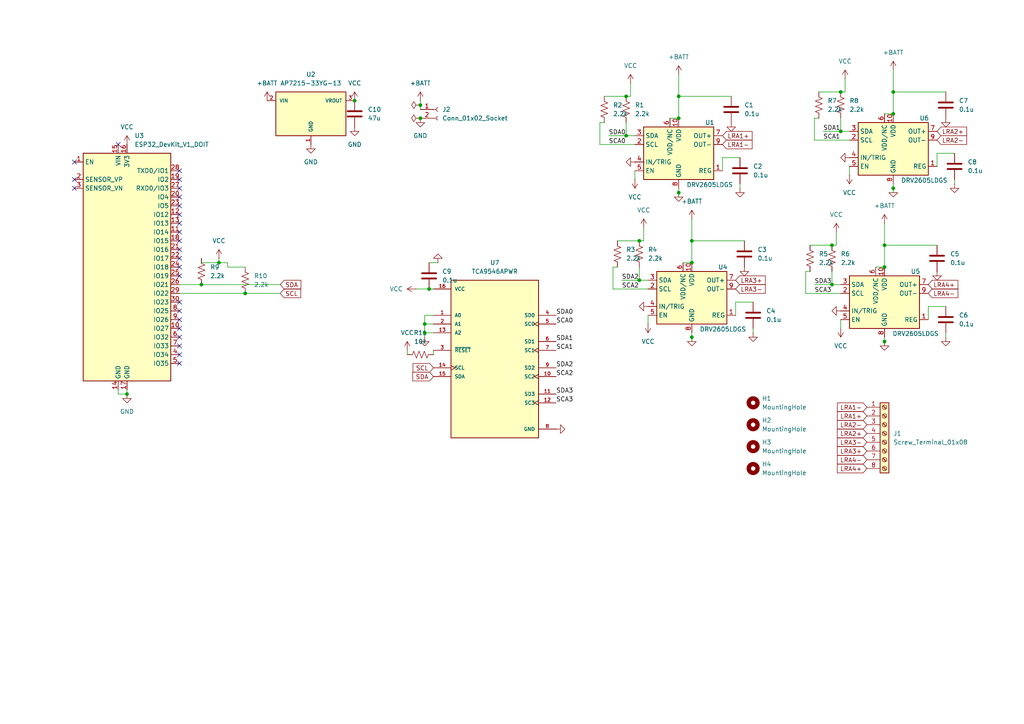
<source format=kicad_sch>
(kicad_sch (version 20231120) (generator "eeschema") (generator_version "8.0")
  (paper "A4")
  (lib_symbols
    (symbol "AP7215-33YG-13:AP7215-33YG-13" (pin_names (offset 1.016))
      (property "Reference" "U" (at -10.16 8.128 0))
      (property "Value" "AP7215-33YG-13" (at -10.16 5.588 0))
      (symbol "AP7215-33YG-13_0_0"
        (rectangle (start -10.16 -7.62) (end 10.16 5.08) (stroke (width 0.254)) (fill (type background)))
        (pin power_in line (at 0 -10.16 90) (length 2.54) (name "GND") (number "1"))
        (pin power_in line (at -12.7 2.54 0) (length 2.54) (name "VIN") (number "2"))
        (pin power_in line (at 12.7 2.54 180) (length 2.54) (name "VROUT") (number "3"))
      )
    )
    (symbol "Connector:Conn_01x02_Socket" (pin_names (offset 1.016) hide)
      (property "Reference" "J" (at 0 2.54 0))
      (property "Value" "Conn_01x02_Socket" (at 0 -5.08 0))
      (symbol "Conn_01x02_Socket_1_1"
        (arc (start 0 -2.032) (mid -0.5058 -2.54) (end 0 -3.048) (stroke (width 0.1524)))
        (polyline (pts (xy -1.27 -2.54) (xy -0.508 -2.54)) (stroke (width 0.1524)))
        (polyline (pts (xy -1.27 0) (xy -0.508 0)) (stroke (width 0.1524)))
        (arc (start 0 0.508) (mid -0.5058 0) (end 0 -0.508) (stroke (width 0.1524)))
        (pin passive line (at -5.08 0 0) (length 3.81) (name "Pin_1") (number "1"))
        (pin passive line (at -5.08 -2.54 0) (length 3.81) (name "Pin_2") (number "2"))
      )
    )
    (symbol "Connector:Screw_Terminal_01x08" (pin_names (offset 1.016) hide)
      (property "Reference" "J" (at 0 10.16 0))
      (property "Value" "Screw_Terminal_01x08" (at 0 -12.7 0))
      (symbol "Screw_Terminal_01x08_1_1"
        (rectangle (start -1.27 8.89) (end 1.27 -11.43) (stroke (width 0.254)) (fill (type background)))
        (circle (center 0 -10.16) (radius 0.635) (stroke (width 0.1524)))
        (circle (center 0 -7.62) (radius 0.635) (stroke (width 0.1524)))
        (circle (center 0 -5.08) (radius 0.635) (stroke (width 0.1524)))
        (circle (center 0 -2.54) (radius 0.635) (stroke (width 0.1524)))
        (polyline (pts (xy -0.5334 -9.8298) (xy 0.3302 -10.668)) (stroke (width 0.1524)))
        (polyline (pts (xy -0.5334 -7.2898) (xy 0.3302 -8.128)) (stroke (width 0.1524)))
        (polyline (pts (xy -0.5334 -4.7498) (xy 0.3302 -5.588)) (stroke (width 0.1524)))
        (polyline (pts (xy -0.5334 -2.2098) (xy 0.3302 -3.048)) (stroke (width 0.1524)))
        (polyline (pts (xy -0.5334 0.3302) (xy 0.3302 -0.508)) (stroke (width 0.1524)))
        (polyline (pts (xy -0.5334 2.8702) (xy 0.3302 2.032)) (stroke (width 0.1524)))
        (polyline (pts (xy -0.5334 5.4102) (xy 0.3302 4.572)) (stroke (width 0.1524)))
        (polyline (pts (xy -0.5334 7.9502) (xy 0.3302 7.112)) (stroke (width 0.1524)))
        (polyline (pts (xy -0.3556 -9.652) (xy 0.508 -10.4902)) (stroke (width 0.1524)))
        (polyline (pts (xy -0.3556 -7.112) (xy 0.508 -7.9502)) (stroke (width 0.1524)))
        (polyline (pts (xy -0.3556 -4.572) (xy 0.508 -5.4102)) (stroke (width 0.1524)))
        (polyline (pts (xy -0.3556 -2.032) (xy 0.508 -2.8702)) (stroke (width 0.1524)))
        (polyline (pts (xy -0.3556 0.508) (xy 0.508 -0.3302)) (stroke (width 0.1524)))
        (polyline (pts (xy -0.3556 3.048) (xy 0.508 2.2098)) (stroke (width 0.1524)))
        (polyline (pts (xy -0.3556 5.588) (xy 0.508 4.7498)) (stroke (width 0.1524)))
        (polyline (pts (xy -0.3556 8.128) (xy 0.508 7.2898)) (stroke (width 0.1524)))
        (circle (center 0 0) (radius 0.635) (stroke (width 0.1524)))
        (circle (center 0 2.54) (radius 0.635) (stroke (width 0.1524)))
        (circle (center 0 5.08) (radius 0.635) (stroke (width 0.1524)))
        (circle (center 0 7.62) (radius 0.635) (stroke (width 0.1524)))
        (pin passive line (at -5.08 7.62 0) (length 3.81) (name "Pin_1") (number "1"))
        (pin passive line (at -5.08 5.08 0) (length 3.81) (name "Pin_2") (number "2"))
        (pin passive line (at -5.08 2.54 0) (length 3.81) (name "Pin_3") (number "3"))
        (pin passive line (at -5.08 0 0) (length 3.81) (name "Pin_4") (number "4"))
        (pin passive line (at -5.08 -2.54 0) (length 3.81) (name "Pin_5") (number "5"))
        (pin passive line (at -5.08 -5.08 0) (length 3.81) (name "Pin_6") (number "6"))
        (pin passive line (at -5.08 -7.62 0) (length 3.81) (name "Pin_7") (number "7"))
        (pin passive line (at -5.08 -10.16 0) (length 3.81) (name "Pin_8") (number "8"))
      )
    )
    (symbol "Device:C" (pin_numbers hide) (pin_names (offset 0.254))
      (property "Reference" "C" (at 0.635 2.54 0))
      (property "Value" "C" (at 0.635 -2.54 0))
      (symbol "C_0_1"
        (polyline (pts (xy -2.032 -0.762) (xy 2.032 -0.762)) (stroke (width 0.508)))
        (polyline (pts (xy -2.032 0.762) (xy 2.032 0.762)) (stroke (width 0.508)))
      )
      (symbol "C_1_1"
        (pin passive line (at 0 3.81 270) (length 2.794) (name "~") (number "1"))
        (pin passive line (at 0 -3.81 90) (length 2.794) (name "~") (number "2"))
      )
    )
    (symbol "Device:R_US" (pin_numbers hide) (pin_names (offset 0))
      (property "Reference" "R" (at 2.54 0 90))
      (property "Value" "R_US" (at -2.54 0 90))
      (symbol "R_US_0_1"
        (polyline (pts (xy 0 -2.286) (xy 0 -2.54)))
        (polyline (pts (xy 0 2.286) (xy 0 2.54)))
        (polyline (pts (xy 0 -0.762) (xy 1.016 -1.143) (xy 0 -1.524) (xy -1.016 -1.905) (xy 0 -2.286)))
        (polyline (pts (xy 0 0.762) (xy 1.016 0.381) (xy 0 0) (xy -1.016 -0.381) (xy 0 -0.762)))
        (polyline (pts (xy 0 2.286) (xy 1.016 1.905) (xy 0 1.524) (xy -1.016 1.143) (xy 0 0.762)))
      )
      (symbol "R_US_1_1"
        (pin passive line (at 0 3.81 270) (length 1.27) (name "~") (number "1"))
        (pin passive line (at 0 -3.81 90) (length 1.27) (name "~") (number "2"))
      )
    )
    (symbol "Driver_Haptic:DRV2605LDGS"
      (property "Reference" "U" (at -10.16 8.255 0))
      (property "Value" "DRV2605LDGS" (at 2.54 -8.89 0))
      (symbol "DRV2605LDGS_0_1"
        (rectangle (start -10.16 7.62) (end 10.16 -7.62) (stroke (width 0.254)) (fill (type background)))
      )
      (symbol "DRV2605LDGS_1_1"
        (pin passive line (at 12.7 -5.08 180) (length 2.54) (name "REG") (number "1"))
        (pin power_in line (at 0 10.16 270) (length 2.54) (name "VDD") (number "10"))
        (pin input line (at -12.7 2.54 0) (length 2.54) (name "SCL") (number "2"))
        (pin bidirectional line (at -12.7 5.08 0) (length 2.54) (name "SDA") (number "3"))
        (pin input line (at -12.7 -2.54 0) (length 2.54) (name "IN/TRIG") (number "4"))
        (pin input line (at -12.7 -5.08 0) (length 2.54) (name "EN") (number "5"))
        (pin power_in line (at -2.54 10.16 270) (length 2.54) (name "VDD/NC") (number "6"))
        (pin output line (at 12.7 5.08 180) (length 2.54) (name "OUT+") (number "7"))
        (pin power_in line (at 0 -10.16 90) (length 2.54) (name "GND") (number "8"))
        (pin output line (at 12.7 2.54 180) (length 2.54) (name "OUT-") (number "9"))
      )
    )
    (symbol "ESP32_DevKit_V1_DOIT:ESP32_DevKit_V1_DOIT"
      (property "Reference" "U" (at -11.43 34.29 0))
      (property "Value" "ESP32_DevKit_V1_DOIT" (at 11.43 34.29 0))
      (symbol "ESP32_DevKit_V1_DOIT_1_1"
        (rectangle (start -12.7 33.02) (end 12.7 -33.02) (stroke (width 0.254)) (fill (type background)))
        (pin input line (at -15.24 30.48 0) (length 2.54) (name "EN") (number "1"))
        (pin bidirectional line (at 15.24 -17.78 180) (length 2.54) (name "IO27") (number "10"))
        (pin bidirectional line (at 15.24 10.16 180) (length 2.54) (name "IO14") (number "11"))
        (pin bidirectional line (at 15.24 15.24 180) (length 2.54) (name "IO12") (number "12"))
        (pin bidirectional line (at 15.24 12.7 180) (length 2.54) (name "IO13") (number "13"))
        (pin power_in line (at -2.54 -35.56 90) (length 2.54) (name "GND") (number "14"))
        (pin power_in line (at -2.54 35.56 270) (length 2.54) (name "VIN") (number "15"))
        (pin power_in line (at 0 35.56 270) (length 2.54) (name "3V3") (number "16"))
        (pin power_in line (at 0 -35.56 90) (length 2.54) (name "GND") (number "17"))
        (pin bidirectional line (at 15.24 7.62 180) (length 2.54) (name "IO15") (number "18"))
        (pin bidirectional line (at 15.24 25.4 180) (length 2.54) (name "IO2") (number "19"))
        (pin input line (at -15.24 25.4 0) (length 2.54) (name "SENSOR_VP") (number "2"))
        (pin bidirectional line (at 15.24 20.32 180) (length 2.54) (name "IO4") (number "20"))
        (pin bidirectional line (at 15.24 5.08 180) (length 2.54) (name "IO16") (number "21"))
        (pin bidirectional line (at 15.24 2.54 180) (length 2.54) (name "IO17") (number "22"))
        (pin bidirectional line (at 15.24 17.78 180) (length 2.54) (name "IO5") (number "23"))
        (pin bidirectional line (at 15.24 0 180) (length 2.54) (name "IO18") (number "24"))
        (pin bidirectional line (at 15.24 -2.54 180) (length 2.54) (name "IO19") (number "25"))
        (pin bidirectional line (at 15.24 -5.08 180) (length 2.54) (name "IO21") (number "26"))
        (pin bidirectional line (at 15.24 22.86 180) (length 2.54) (name "RXD0/IO3") (number "27"))
        (pin bidirectional line (at 15.24 27.94 180) (length 2.54) (name "TXD0/IO1") (number "28"))
        (pin bidirectional line (at 15.24 -7.62 180) (length 2.54) (name "IO22") (number "29"))
        (pin input line (at -15.24 22.86 0) (length 2.54) (name "SENSOR_VN") (number "3"))
        (pin bidirectional line (at 15.24 -10.16 180) (length 2.54) (name "IO23") (number "30"))
        (pin input line (at 15.24 -25.4 180) (length 2.54) (name "IO34") (number "4"))
        (pin input line (at 15.24 -27.94 180) (length 2.54) (name "IO35") (number "5"))
        (pin bidirectional line (at 15.24 -20.32 180) (length 2.54) (name "IO32") (number "6"))
        (pin bidirectional line (at 15.24 -22.86 180) (length 2.54) (name "IO33") (number "7"))
        (pin bidirectional line (at 15.24 -12.7 180) (length 2.54) (name "IO25") (number "8"))
        (pin bidirectional line (at 15.24 -15.24 180) (length 2.54) (name "IO26") (number "9"))
      )
    )
    (symbol "Mechanical:MountingHole" (pin_names (offset 1.016))
      (property "Reference" "H" (at 0 5.08 0))
      (property "Value" "MountingHole" (at 0 3.175 0))
      (symbol "MountingHole_0_1"
        (circle (center 0 0) (radius 1.27) (stroke (width 1.27)))
      )
    )
    (symbol "TCA9546APWR:TCA9546APWR" (pin_names (offset 1.016))
      (property "Reference" "U" (at -12.7 24.13 0))
      (property "Value" "TCA9546APWR" (at -12.7 -25.4 0))
      (symbol "TCA9546APWR_0_0"
        (rectangle (start -12.7 -22.86) (end 12.7 22.86) (stroke (width 0.254)) (fill (type background)))
        (pin input line (at -17.78 12.7 0) (length 5.08) (name "A0") (number "1"))
        (pin bidirectional clock (at 17.78 -5.08 180) (length 5.08) (name "SC2") (number "10"))
        (pin bidirectional line (at 17.78 -10.16 180) (length 5.08) (name "SD3") (number "11"))
        (pin bidirectional clock (at 17.78 -12.7 180) (length 5.08) (name "SC3") (number "12"))
        (pin input line (at -17.78 7.62 0) (length 5.08) (name "A2") (number "13"))
        (pin bidirectional clock (at -17.78 -2.54 0) (length 5.08) (name "SCL") (number "14"))
        (pin bidirectional line (at -17.78 -5.08 0) (length 5.08) (name "SDA") (number "15"))
        (pin power_in line (at -17.78 20.32 0) (length 5.08) (name "VCC") (number "16"))
        (pin input line (at -17.78 10.16 0) (length 5.08) (name "A1") (number "2"))
        (pin input line (at -17.78 2.54 0) (length 5.08) (name "~{RESET}") (number "3"))
        (pin bidirectional line (at 17.78 12.7 180) (length 5.08) (name "SD0") (number "4"))
        (pin bidirectional clock (at 17.78 10.16 180) (length 5.08) (name "SC0") (number "5"))
        (pin bidirectional line (at 17.78 5.08 180) (length 5.08) (name "SD1") (number "6"))
        (pin bidirectional clock (at 17.78 2.54 180) (length 5.08) (name "SC1") (number "7"))
        (pin power_in line (at 17.78 -20.32 180) (length 5.08) (name "GND") (number "8"))
        (pin bidirectional line (at 17.78 -2.54 180) (length 5.08) (name "SD2") (number "9"))
      )
    )
    (symbol "power:+BATT" (power) (pin_numbers hide) (pin_names (offset 0) hide)
      (property "Value" "+BATT" (at 0 3.556 0))
      (symbol "+BATT_0_1"
        (polyline (pts (xy -0.762 1.27) (xy 0 2.54)))
        (polyline (pts (xy 0 0) (xy 0 2.54)))
        (polyline (pts (xy 0 2.54) (xy 0.762 1.27)))
      )
      (symbol "+BATT_1_1"
        (pin power_in line (at 0 0 90) (length 0) (name "~") (number "1"))
      )
    )
    (symbol "power:GND" (power) (pin_numbers hide) (pin_names (offset 0) hide)
      (property "Value" "GND" (at 0 -3.81 0))
      (symbol "GND_0_1"
        (polyline (pts (xy 0 0) (xy 0 -1.27) (xy 1.27 -1.27) (xy 0 -2.54) (xy -1.27 -1.27) (xy 0 -1.27)))
      )
      (symbol "GND_1_1"
        (pin power_in line (at 0 0 270) (length 0) (name "~") (number "1"))
      )
    )
    (symbol "power:PWR_FLAG" (power) (pin_numbers hide) (pin_names (offset 0) hide)
      (property "Value" "PWR_FLAG" (at 0 3.81 0))
      (symbol "PWR_FLAG_0_0"
        (pin power_out line (at 0 0 90) (length 0) (name "~") (number "1"))
      )
      (symbol "PWR_FLAG_0_1"
        (polyline (pts (xy 0 0) (xy 0 1.27) (xy -1.016 1.905) (xy 0 2.54) (xy 1.016 1.905) (xy 0 1.27)))
      )
    )
    (symbol "power:VCC" (power) (pin_numbers hide) (pin_names (offset 0) hide)
      (property "Value" "VCC" (at 0 3.556 0))
      (symbol "VCC_0_1"
        (polyline (pts (xy -0.762 1.27) (xy 0 2.54)))
        (polyline (pts (xy 0 0) (xy 0 2.54)))
        (polyline (pts (xy 0 2.54) (xy 0.762 1.27)))
      )
      (symbol "VCC_1_1"
        (pin power_in line (at 0 0 90) (length 0) (name "~") (number "1"))
      )
    )
  )
  (junction (at 123.19 96.52))
  (junction (at 181.61 27.94))
  (junction (at 71.12 85.09))
  (junction (at 102.87 29.21))
  (junction (at 63.5 76.2))
  (junction (at 200.66 69.85))
  (junction (at 121.92 30.48))
  (junction (at 259.08 54.61))
  (junction (at 256.54 99.06))
  (junction (at 241.3 71.12))
  (junction (at 121.92 34.29))
  (junction (at 58.42 82.55))
  (junction (at 200.66 97.79))
  (junction (at 185.42 81.28))
  (junction (at 200.66 76.2))
  (junction (at 124.46 83.82))
  (junction (at 243.84 26.67))
  (junction (at 185.42 69.85))
  (junction (at 181.61 39.37))
  (junction (at 36.83 114.3))
  (junction (at 259.08 26.67))
  (junction (at 256.54 71.12))
  (junction (at 196.85 34.29))
  (junction (at 256.54 77.47))
  (junction (at 123.19 93.98))
  (junction (at 241.3 82.55))
  (junction (at 196.85 55.88))
  (junction (at 196.85 27.94))
  (junction (at 259.08 33.02))
  (junction (at 243.84 38.1))
  (no_connect (at 52.07 72.39))
  (no_connect (at 52.07 69.85))
  (no_connect (at 21.59 46.99))
  (no_connect (at 52.07 59.69))
  (no_connect (at 52.07 102.87))
  (no_connect (at 52.07 57.15))
  (no_connect (at 52.07 90.17))
  (no_connect (at 52.07 97.79))
  (no_connect (at 52.07 62.23))
  (no_connect (at 52.07 92.71))
  (no_connect (at 52.07 67.31))
  (no_connect (at 34.29 41.91))
  (no_connect (at 52.07 87.63))
  (no_connect (at 52.07 52.07))
  (no_connect (at 21.59 54.61))
  (no_connect (at 52.07 77.47))
  (no_connect (at 52.07 54.61))
  (no_connect (at 52.07 80.01))
  (no_connect (at 52.07 49.53))
  (no_connect (at 52.07 95.25))
  (no_connect (at 52.07 100.33))
  (no_connect (at 52.07 74.93))
  (no_connect (at 21.59 52.07))
  (no_connect (at 52.07 105.41))
  (no_connect (at 52.07 64.77))
  (wire (pts (xy 200.66 97.79) (xy 200.66 99.06)))
  (wire (pts (xy 256.54 71.12) (xy 271.78 71.12)))
  (wire (pts (xy 58.42 76.2) (xy 58.42 74.93)))
  (wire (pts (xy 52.07 82.55) (xy 58.42 82.55)))
  (wire (pts (xy 256.54 97.79) (xy 256.54 99.06)))
  (wire (pts (xy 241.3 82.55) (xy 243.84 82.55)))
  (wire (pts (xy 173.99 41.91) (xy 184.15 41.91)))
  (wire (pts (xy 121.92 30.48) (xy 121.92 31.75)))
  (wire (pts (xy 256.54 64.77) (xy 256.54 71.12)))
  (wire (pts (xy 58.42 82.55) (xy 81.28 82.55)))
  (wire (pts (xy 198.12 76.2) (xy 200.66 76.2)))
  (wire (pts (xy 200.66 69.85) (xy 215.9 69.85)))
  (wire (pts (xy 71.12 85.09) (xy 81.28 85.09)))
  (wire (pts (xy 123.19 96.52) (xy 123.19 97.79)))
  (wire (pts (xy 181.61 39.37) (xy 184.15 39.37)))
  (wire (pts (xy 256.54 99.06) (xy 256.54 100.33)))
  (wire (pts (xy 243.84 34.29) (xy 243.84 38.1)))
  (wire (pts (xy 194.31 34.29) (xy 196.85 34.29)))
  (wire (pts (xy 185.42 77.47) (xy 185.42 81.28)))
  (wire (pts (xy 234.95 71.12) (xy 241.3 71.12)))
  (wire (pts (xy 237.49 26.67) (xy 243.84 26.67)))
  (wire (pts (xy 213.36 91.44) (xy 213.36 87.63)))
  (wire (pts (xy 259.08 26.67) (xy 259.08 33.02)))
  (wire (pts (xy 274.32 96.52) (xy 274.32 97.79)))
  (wire (pts (xy 124.46 83.82) (xy 125.73 83.82)))
  (wire (pts (xy 58.42 76.2) (xy 63.5 76.2)))
  (wire (pts (xy 214.63 53.34) (xy 214.63 54.61)))
  (wire (pts (xy 173.99 41.91) (xy 173.99 35.56)))
  (wire (pts (xy 124.46 76.2) (xy 127 76.2)))
  (wire (pts (xy 259.08 26.67) (xy 274.32 26.67)))
  (wire (pts (xy 66.04 77.47) (xy 71.12 77.47)))
  (wire (pts (xy 121.92 29.21) (xy 121.92 30.48)))
  (wire (pts (xy 241.3 71.12) (xy 242.57 71.12)))
  (wire (pts (xy 243.84 92.71) (xy 243.84 95.25)))
  (wire (pts (xy 254 77.47) (xy 256.54 77.47)))
  (wire (pts (xy 259.08 53.34) (xy 259.08 54.61)))
  (wire (pts (xy 184.15 49.53) (xy 184.15 52.07)))
  (wire (pts (xy 196.85 27.94) (xy 196.85 34.29)))
  (wire (pts (xy 276.86 52.07) (xy 276.86 53.34)))
  (wire (pts (xy 120.65 83.82) (xy 124.46 83.82)))
  (wire (pts (xy 176.53 39.37) (xy 181.61 39.37)))
  (wire (pts (xy 200.66 69.85) (xy 200.66 76.2)))
  (wire (pts (xy 233.68 85.09) (xy 233.68 78.74)))
  (wire (pts (xy 34.29 114.3) (xy 36.83 114.3)))
  (wire (pts (xy 209.55 49.53) (xy 209.55 45.72)))
  (wire (pts (xy 271.78 44.45) (xy 276.86 44.45)))
  (wire (pts (xy 186.69 66.04) (xy 186.69 69.85)))
  (wire (pts (xy 259.08 20.32) (xy 259.08 26.67)))
  (wire (pts (xy 245.11 22.86) (xy 245.11 26.67)))
  (wire (pts (xy 243.84 38.1) (xy 246.38 38.1)))
  (wire (pts (xy 187.96 91.44) (xy 187.96 93.98)))
  (wire (pts (xy 181.61 35.56) (xy 181.61 39.37)))
  (wire (pts (xy 236.22 40.64) (xy 236.22 34.29)))
  (wire (pts (xy 185.42 81.28) (xy 187.96 81.28)))
  (wire (pts (xy 209.55 45.72) (xy 214.63 45.72)))
  (wire (pts (xy 196.85 21.59) (xy 196.85 27.94)))
  (wire (pts (xy 175.26 27.94) (xy 181.61 27.94)))
  (wire (pts (xy 66.04 76.2) (xy 66.04 77.47)))
  (wire (pts (xy 233.68 78.74) (xy 234.95 78.74)))
  (wire (pts (xy 180.34 81.28) (xy 185.42 81.28)))
  (wire (pts (xy 173.99 35.56) (xy 175.26 35.56)))
  (wire (pts (xy 236.22 40.64) (xy 246.38 40.64)))
  (wire (pts (xy 123.19 93.98) (xy 123.19 96.52)))
  (wire (pts (xy 123.19 93.98) (xy 125.73 93.98)))
  (wire (pts (xy 125.73 91.44) (xy 123.19 91.44)))
  (wire (pts (xy 269.24 92.71) (xy 269.24 88.9)))
  (wire (pts (xy 177.8 77.47) (xy 179.07 77.47)))
  (wire (pts (xy 123.19 96.52) (xy 125.73 96.52)))
  (wire (pts (xy 123.19 91.44) (xy 123.19 93.98)))
  (wire (pts (xy 185.42 69.85) (xy 186.69 69.85)))
  (wire (pts (xy 241.3 78.74) (xy 241.3 82.55)))
  (wire (pts (xy 242.57 67.31) (xy 242.57 71.12)))
  (wire (pts (xy 256.54 33.02) (xy 259.08 33.02)))
  (wire (pts (xy 52.07 85.09) (xy 71.12 85.09)))
  (wire (pts (xy 34.29 113.03) (xy 34.29 114.3)))
  (wire (pts (xy 196.85 55.88) (xy 196.85 57.15)))
  (wire (pts (xy 177.8 83.82) (xy 187.96 83.82)))
  (wire (pts (xy 196.85 27.94) (xy 212.09 27.94)))
  (wire (pts (xy 63.5 76.2) (xy 63.5 74.93)))
  (wire (pts (xy 236.22 34.29) (xy 237.49 34.29)))
  (wire (pts (xy 269.24 88.9) (xy 274.32 88.9)))
  (wire (pts (xy 218.44 95.25) (xy 218.44 96.52)))
  (wire (pts (xy 246.38 48.26) (xy 246.38 50.8)))
  (wire (pts (xy 259.08 54.61) (xy 259.08 55.88)))
  (wire (pts (xy 236.22 82.55) (xy 241.3 82.55)))
  (wire (pts (xy 63.5 76.2) (xy 66.04 76.2)))
  (wire (pts (xy 36.83 113.03) (xy 36.83 114.3)))
  (wire (pts (xy 200.66 96.52) (xy 200.66 97.79)))
  (wire (pts (xy 233.68 85.09) (xy 243.84 85.09)))
  (wire (pts (xy 125.73 102.87) (xy 125.73 101.6)))
  (wire (pts (xy 196.85 54.61) (xy 196.85 55.88)))
  (wire (pts (xy 238.76 38.1) (xy 243.84 38.1)))
  (wire (pts (xy 200.66 63.5) (xy 200.66 69.85)))
  (wire (pts (xy 118.11 102.87) (xy 118.11 101.6)))
  (wire (pts (xy 181.61 27.94) (xy 182.88 27.94)))
  (wire (pts (xy 182.88 24.13) (xy 182.88 27.94)))
  (wire (pts (xy 256.54 71.12) (xy 256.54 77.47)))
  (wire (pts (xy 177.8 83.82) (xy 177.8 77.47)))
  (wire (pts (xy 213.36 87.63) (xy 218.44 87.63)))
  (wire (pts (xy 271.78 48.26) (xy 271.78 44.45)))
  (wire (pts (xy 179.07 69.85) (xy 185.42 69.85)))
  (wire (pts (xy 243.84 26.67) (xy 245.11 26.67)))
  (label "SDA0" (at 161.29 91.44 0))
  (label "SDA3" (at 161.29 114.3 0))
  (label "SDA2" (at 161.29 106.68 0))
  (label "SCA1" (at 238.76 40.64 0))
  (label "SDA3" (at 236.22 82.55 0))
  (label "SCA0" (at 176.53 41.91 0))
  (label "SCA3" (at 161.29 116.84 0))
  (label "SCA1" (at 161.29 101.6 0))
  (label "SCA0" (at 161.29 93.98 0))
  (label "SDA0" (at 176.53 39.37 0))
  (label "SCA2" (at 161.29 109.22 0))
  (label "SDA2" (at 180.34 81.28 0))
  (label "SDA1" (at 161.29 99.06 0))
  (label "SDA1" (at 238.76 38.1 0))
  (label "SCA3" (at 236.22 85.09 0))
  (label "SCA2" (at 180.34 83.82 0))
  (global_label "SDA" (shape input) (at 81.28 82.55 0) (property "Intersheetrefs" "${INTERSHEET_REFS}" (effects (hide yes))))
  (global_label "SDA" (shape input) (at 125.73 109.22 180) (property "Intersheetrefs" "${INTERSHEET_REFS}" (effects (hide yes))))
  (global_label "LRA4-" (shape input) (at 269.24 85.09 0) (property "Intersheetrefs" "${INTERSHEET_REFS}" (effects (hide yes))))
  (global_label "LRA2+" (shape input) (at 251.46 125.73 180) (property "Intersheetrefs" "${INTERSHEET_REFS}" (effects (hide yes))))
  (global_label "LRA3-" (shape input) (at 213.36 83.82 0) (property "Intersheetrefs" "${INTERSHEET_REFS}" (effects (hide yes))))
  (global_label "LRA4+" (shape input) (at 269.24 82.55 0) (property "Intersheetrefs" "${INTERSHEET_REFS}" (effects (hide yes))))
  (global_label "LRA2-" (shape input) (at 251.46 123.19 180) (property "Intersheetrefs" "${INTERSHEET_REFS}" (effects (hide yes))))
  (global_label "LRA4+" (shape input) (at 251.46 135.89 180) (property "Intersheetrefs" "${INTERSHEET_REFS}" (effects (hide yes))))
  (global_label "SCL" (shape input) (at 81.28 85.09 0) (property "Intersheetrefs" "${INTERSHEET_REFS}" (effects (hide yes))))
  (global_label "LRA2+" (shape input) (at 271.78 38.1 0) (property "Intersheetrefs" "${INTERSHEET_REFS}" (effects (hide yes))))
  (global_label "LRA3+" (shape input) (at 213.36 81.28 0) (property "Intersheetrefs" "${INTERSHEET_REFS}" (effects (hide yes))))
  (global_label "LRA1-" (shape input) (at 251.46 118.11 180) (property "Intersheetrefs" "${INTERSHEET_REFS}" (effects (hide yes))))
  (global_label "LRA1+" (shape input) (at 251.46 120.65 180) (property "Intersheetrefs" "${INTERSHEET_REFS}" (effects (hide yes))))
  (global_label "LRA3-" (shape input) (at 251.46 128.27 180) (property "Intersheetrefs" "${INTERSHEET_REFS}" (effects (hide yes))))
  (global_label "LRA1+" (shape input) (at 209.55 39.37 0) (property "Intersheetrefs" "${INTERSHEET_REFS}" (effects (hide yes))))
  (global_label "LRA1-" (shape input) (at 209.55 41.91 0) (property "Intersheetrefs" "${INTERSHEET_REFS}" (effects (hide yes))))
  (global_label "LRA2-" (shape input) (at 271.78 40.64 0) (property "Intersheetrefs" "${INTERSHEET_REFS}" (effects (hide yes))))
  (global_label "SCL" (shape input) (at 125.73 106.68 180) (property "Intersheetrefs" "${INTERSHEET_REFS}" (effects (hide yes))))
  (global_label "LRA4-" (shape input) (at 251.46 133.35 180) (property "Intersheetrefs" "${INTERSHEET_REFS}" (effects (hide yes))))
  (global_label "LRA3+" (shape input) (at 251.46 130.81 180) (property "Intersheetrefs" "${INTERSHEET_REFS}" (effects (hide yes))))
  (symbol (lib_id "power:GND") (at 256.54 99.06 0) (unit 1)
    (property "Reference" "#PWR012" (effects (hide yes)))
    (property "Value" "GND" (effects (hide yes)))
    (property "Description" "Power symbol creates a global label with name \"GND\" , ground" (effects (hide yes)))
  )
  (symbol (lib_id "power:VCC") (at 187.96 93.98 180) (unit 1)
    (property "Reference" "#PWR046" (effects (hide yes)))
    (property "Value" "VCC" (at 187.96 99.06 0))
    (property "Description" "Power symbol creates a global label with name \"VCC\"" (effects (hide yes)))
  )
  (symbol (lib_id "Device:R_US") (at 237.49 30.48 0) (unit 1)
    (property "Reference" "R7" (at 240.03 29.2099 0) (effects (justify left)))
    (property "Value" "2.2k" (at 240.03 31.7499 0) (effects (justify left)))
    (property "Footprint" "Resistor_SMD:R_0402_1005Metric" (effects (hide yes)))
    (property "Description" "Resistor, US symbol" (effects (hide yes)))
  )
  (symbol (lib_id "power:GND") (at 36.83 114.3 0) (unit 1)
    (property "Reference" "#PWR027" (effects (hide yes)))
    (property "Value" "GND" (at 36.83 119.38 0))
    (property "Description" "Power symbol creates a global label with name \"GND\" , ground" (effects (hide yes)))
  )
  (symbol (lib_id "Device:C") (at 218.44 91.44 0) (unit 1)
    (property "Reference" "C4" (at 222.25 90.1699 0) (effects (justify left)))
    (property "Value" "0.1u" (at 222.25 92.7099 0) (effects (justify left)))
    (property "Footprint" "Capacitor_SMD:C_0402_1005Metric" (effects (hide yes)))
    (property "Description" "Unpolarized capacitor" (effects (hide yes)))
  )
  (symbol (lib_id "AP7215-33YG-13:AP7215-33YG-13") (at 90.17 31.75 0) (unit 1)
    (property "Reference" "U2" (at 90.17 21.59 0))
    (property "Value" "AP7215-33YG-13" (at 90.17 24.13 0))
    (property "Footprint" "AP7215-33YG-13:SOT150P400X160-3N" (effects (hide yes)))
    (property "MF" "Diodes Inc." (effects (hide yes)))
    (property "Description_1" "\nVoltage Regulators, LDO, SOT89-3L 3.3V/0.6A 250MV 3.3-5.5V 1.2V | Diodes Inc AP7215-33YG-13\n" (effects (hide yes)))
    (property "DESCR" "IC REG LDO 3.3V 0.6A SOT89-3" (effects (hide yes)))
    (property "Package" "SOT-89-3 Diodes Inc." (effects (hide yes)))
    (property "MPN" "AP7215-33YG-13" (effects (hide yes)))
    (property "Price" "None" (effects (hide yes)))
    (property "SnapEDA_Link" "https://www.snapeda.com/parts/AP7215-33YG-13/Diodes+Inc./view-part/?ref=snap" (effects (hide yes)))
    (property "MP" "AP7215-33YG-13" (effects (hide yes)))
    (property "Availability" "In Stock" (effects (hide yes)))
    (property "Check_prices" "https://www.snapeda.com/parts/AP7215-33YG-13/Diodes+Inc./view-part/?ref=eda" (effects (hide yes)))
  )
  (symbol (lib_id "power:VCC") (at 243.84 95.25 180) (unit 1)
    (property "Reference" "#PWR050" (effects (hide yes)))
    (property "Value" "VCC" (at 243.84 100.33 0))
    (property "Description" "Power symbol creates a global label with name \"VCC\"" (effects (hide yes)))
  )
  (symbol (lib_id "Device:C") (at 102.87 33.02 0) (unit 1)
    (property "Reference" "C10" (at 106.68 31.7499 0) (effects (justify left)))
    (property "Value" "47u" (at 106.68 34.2899 0) (effects (justify left)))
    (property "Footprint" "Capacitor_SMD:C_0805_2012Metric" (effects (hide yes)))
    (property "Description" "Unpolarized capacitor" (effects (hide yes)))
  )
  (symbol (lib_id "power:GND") (at 214.63 54.61 0) (unit 1)
    (property "Reference" "#PWR04" (effects (hide yes)))
    (property "Value" "GND" (effects (hide yes)))
    (property "Description" "Power symbol creates a global label with name \"GND\" , ground" (effects (hide yes)))
  )
  (symbol (lib_id "Driver_Haptic:DRV2605LDGS") (at 259.08 43.18 0) (unit 1)
    (property "Reference" "U6" (at 266.7 34.29 0) (effects (justify left)))
    (property "Value" "DRV2605LDGS" (at 261.366 52.324 0) (effects (justify left)))
    (property "Footprint" "Package_SO:VSSOP-10_3x3mm_P0.5mm" (effects (hide yes)))
    (property "Datasheet" "http://www.ti.com/lit/ds/symlink/drv2605l.pdf" (effects (hide yes)))
    (property "Description" "Haptic driver for LRAs and ERMs with effect library, 2-5.2V, VSSOP-10" (effects (hide yes)))
  )
  (symbol (lib_id "Device:R_US") (at 243.84 30.48 0) (unit 1)
    (property "Reference" "R8" (at 246.38 29.2099 0) (effects (justify left)))
    (property "Value" "2.2k" (at 246.38 31.7499 0) (effects (justify left)))
    (property "Footprint" "Resistor_SMD:R_0402_1005Metric" (effects (hide yes)))
    (property "Description" "Resistor, US symbol" (effects (hide yes)))
  )
  (symbol (lib_id "Device:R_US") (at 121.92 102.87 90) (unit 1)
    (property "Reference" "R11" (at 121.92 96.52 90))
    (property "Value" "10k" (at 121.92 99.06 90))
    (property "Footprint" "Resistor_SMD:R_0402_1005Metric" (effects (hide yes)))
    (property "Description" "Resistor, US symbol" (effects (hide yes)))
  )
  (symbol (lib_id "power:VCC") (at 120.65 83.82 90) (unit 1)
    (property "Reference" "#PWR041" (effects (hide yes)))
    (property "Value" "VCC" (at 116.84 83.8199 90) (effects (justify left)))
    (property "Description" "Power symbol creates a global label with name \"VCC\"" (effects (hide yes)))
  )
  (symbol (lib_id "power:GND") (at 200.66 97.79 0) (unit 1)
    (property "Reference" "#PWR08" (effects (hide yes)))
    (property "Value" "GND" (effects (hide yes)))
    (property "Description" "Power symbol creates a global label with name \"GND\" , ground" (effects (hide yes)))
  )
  (symbol (lib_id "Connector:Conn_01x02_Socket") (at 127 31.75 0) (unit 1)
    (property "Reference" "J2" (at 128.27 31.7499 0) (effects (justify left)))
    (property "Value" "Conn_01x02_Socket" (at 128.27 34.2899 0) (effects (justify left)))
    (property "Footprint" "Connector_JST:JST_EH_B2B-EH-A_1x02_P2.50mm_Vertical" (effects (hide yes)))
    (property "Description" "Generic connector, single row, 01x02, script generated" (effects (hide yes)))
  )
  (symbol (lib_id "power:VCC") (at 186.69 66.04 0) (unit 1)
    (property "Reference" "#PWR045" (effects (hide yes)))
    (property "Value" "VCC" (at 186.69 60.96 0))
    (property "Description" "Power symbol creates a global label with name \"VCC\"" (effects (hide yes)))
  )
  (symbol (lib_id "power:PWR_FLAG") (at 121.92 30.48 90) (unit 1)
    (property "Reference" "#FLG01" (effects (hide yes)))
    (property "Value" "PWR_FLAG" (effects (hide yes)))
    (property "Description" "Special symbol for telling ERC where power comes from" (effects (hide yes)))
  )
  (symbol (lib_id "power:+BATT") (at 121.92 29.21 0) (unit 1)
    (property "Reference" "#PWR025" (effects (hide yes)))
    (property "Value" "+BATT" (at 121.92 24.13 0))
    (property "Description" "Power symbol creates a global label with name \"+BATT\"" (effects (hide yes)))
  )
  (symbol (lib_id "power:VCC") (at 245.11 22.86 0) (unit 1)
    (property "Reference" "#PWR048" (effects (hide yes)))
    (property "Value" "VCC" (at 245.11 17.78 0))
    (property "Description" "Power symbol creates a global label with name \"VCC\"" (effects (hide yes)))
  )
  (symbol (lib_id "Device:C") (at 215.9 73.66 0) (unit 1)
    (property "Reference" "C3" (at 219.71 72.3899 0) (effects (justify left)))
    (property "Value" "0.1u" (at 219.71 74.9299 0) (effects (justify left)))
    (property "Footprint" "Capacitor_SMD:C_0402_1005Metric" (effects (hide yes)))
    (property "Description" "Unpolarized capacitor" (effects (hide yes)))
  )
  (symbol (lib_id "power:GND") (at 121.92 34.29 0) (unit 1)
    (property "Reference" "#PWR026" (effects (hide yes)))
    (property "Value" "GND" (at 121.92 39.37 0))
    (property "Description" "Power symbol creates a global label with name \"GND\" , ground" (effects (hide yes)))
  )
  (symbol (lib_id "power:GND") (at 243.84 90.17 270) (unit 1)
    (property "Reference" "#PWR011" (effects (hide yes)))
    (property "Value" "GND" (effects (hide yes)))
    (property "Description" "Power symbol creates a global label with name \"GND\" , ground" (effects (hide yes)))
  )
  (symbol (lib_id "power:GND") (at 102.87 36.83 0) (unit 1)
    (property "Reference" "#PWR021" (effects (hide yes)))
    (property "Value" "GND" (at 102.87 41.91 0))
    (property "Description" "Power symbol creates a global label with name \"GND\" , ground" (effects (hide yes)))
  )
  (symbol (lib_id "Driver_Haptic:DRV2605LDGS") (at 256.54 87.63 0) (unit 1)
    (property "Reference" "U5" (at 264.16 78.74 0) (effects (justify left)))
    (property "Value" "DRV2605LDGS" (at 258.826 96.774 0) (effects (justify left)))
    (property "Footprint" "Package_SO:VSSOP-10_3x3mm_P0.5mm" (effects (hide yes)))
    (property "Datasheet" "http://www.ti.com/lit/ds/symlink/drv2605l.pdf" (effects (hide yes)))
    (property "Description" "Haptic driver for LRAs and ERMs with effect library, 2-5.2V, VSSOP-10" (effects (hide yes)))
  )
  (symbol (lib_id "Connector:Screw_Terminal_01x08") (at 256.54 125.73 0) (unit 1)
    (property "Reference" "J1" (at 259.08 125.7299 0) (effects (justify left)))
    (property "Value" "Screw_Terminal_01x08" (at 259.08 128.2699 0) (effects (justify left)))
    (property "Footprint" "TerminalBlock:TerminalBlock_bornier-8_P5.08mm" (effects (hide yes)))
    (property "Description" "Generic screw terminal, single row, 01x08, script generated (kicad-library-utils/schlib/autogen/connector/)" (effects (hide yes)))
  )
  (symbol (lib_id "power:VCC") (at 184.15 52.07 180) (unit 1)
    (property "Reference" "#PWR044" (effects (hide yes)))
    (property "Value" "VCC" (at 184.15 57.15 0))
    (property "Description" "Power symbol creates a global label with name \"VCC\"" (effects (hide yes)))
  )
  (symbol (lib_id "power:GND") (at 274.32 34.29 0) (unit 1)
    (property "Reference" "#PWR017" (effects (hide yes)))
    (property "Value" "GND" (effects (hide yes)))
    (property "Description" "Power symbol creates a global label with name \"GND\" , ground" (effects (hide yes)))
  )
  (symbol (lib_id "Device:C") (at 274.32 30.48 0) (unit 1)
    (property "Reference" "C7" (at 278.13 29.2099 0) (effects (justify left)))
    (property "Value" "0.1u" (at 278.13 31.7499 0) (effects (justify left)))
    (property "Footprint" "Capacitor_SMD:C_0402_1005Metric" (effects (hide yes)))
    (property "Description" "Unpolarized capacitor" (effects (hide yes)))
  )
  (symbol (lib_id "power:PWR_FLAG") (at 121.92 34.29 90) (unit 1)
    (property "Reference" "#FLG02" (effects (hide yes)))
    (property "Value" "PWR_FLAG" (effects (hide yes)))
    (property "Description" "Special symbol for telling ERC where power comes from" (effects (hide yes)))
  )
  (symbol (lib_id "Driver_Haptic:DRV2605LDGS") (at 196.85 44.45 0) (unit 1)
    (property "Reference" "U1" (at 204.47 35.56 0) (effects (justify left)))
    (property "Value" "DRV2605LDGS" (at 199.136 53.594 0) (effects (justify left)))
    (property "Footprint" "Package_SO:VSSOP-10_3x3mm_P0.5mm" (effects (hide yes)))
    (property "Datasheet" "http://www.ti.com/lit/ds/symlink/drv2605l.pdf" (effects (hide yes)))
    (property "Description" "Haptic driver for LRAs and ERMs with effect library, 2-5.2V, VSSOP-10" (effects (hide yes)))
  )
  (symbol (lib_id "Mechanical:MountingHole") (at 218.44 123.19 0) (unit 1)
    (property "Reference" "H2" (at 220.98 121.9199 0) (effects (justify left)))
    (property "Value" "MountingHole" (at 220.98 124.4599 0) (effects (justify left)))
    (property "Footprint" "MountingHole:MountingHole_2.2mm_M2" (effects (hide yes)))
    (property "Description" "Mounting Hole without connection" (effects (hide yes)))
  )
  (symbol (lib_id "power:VCC") (at 118.11 101.6 0) (unit 1)
    (property "Reference" "#PWR042" (effects (hide yes)))
    (property "Value" "VCC" (at 118.11 96.52 0))
    (property "Description" "Power symbol creates a global label with name \"VCC\"" (effects (hide yes)))
  )
  (symbol (lib_id "power:GND") (at 276.86 53.34 0) (unit 1)
    (property "Reference" "#PWR018" (effects (hide yes)))
    (property "Value" "GND" (effects (hide yes)))
    (property "Description" "Power symbol creates a global label with name \"GND\" , ground" (effects (hide yes)))
  )
  (symbol (lib_id "Device:R_US") (at 179.07 73.66 0) (unit 1)
    (property "Reference" "R3" (at 181.61 72.3899 0) (effects (justify left)))
    (property "Value" "2.2k" (at 181.61 74.9299 0) (effects (justify left)))
    (property "Footprint" "Resistor_SMD:R_0402_1005Metric" (effects (hide yes)))
    (property "Description" "Resistor, US symbol" (effects (hide yes)))
  )
  (symbol (lib_id "power:+BATT") (at 256.54 64.77 0) (unit 1)
    (property "Reference" "#PWR032" (effects (hide yes)))
    (property "Value" "+BATT" (at 256.54 59.69 0))
    (property "Description" "Power symbol creates a global label with name \"+BATT\"" (effects (hide yes)))
  )
  (symbol (lib_id "power:GND") (at 161.29 124.46 90) (unit 1)
    (property "Reference" "#PWR019" (effects (hide yes)))
    (property "Value" "GND" (effects (hide yes)))
    (property "Description" "Power symbol creates a global label with name \"GND\" , ground" (effects (hide yes)))
  )
  (symbol (lib_id "ESP32_DevKit_V1_DOIT:ESP32_DevKit_V1_DOIT") (at 36.83 77.47 0) (unit 1) (in_bom no)
    (property "Reference" "U3" (at 39.0241 39.37 0) (effects (justify left)))
    (property "Value" "ESP32_DevKit_V1_DOIT" (at 39.0241 41.91 0) (effects (justify left)))
    (property "Footprint" "ESP32_DevKit_V1_DOIT:esp32_devkit_v1_doit" (effects (hide yes)))
    (property "Datasheet" "https://aliexpress.com/item/32864722159.html" (effects (hide yes)))
    (property "Description" "32-bit microcontroller module with WiFi and Bluetooth" (effects (hide yes)))
  )
  (symbol (lib_id "power:VCC") (at 246.38 50.8 180) (unit 1)
    (property "Reference" "#PWR049" (effects (hide yes)))
    (property "Value" "VCC" (at 246.38 55.88 0))
    (property "Description" "Power symbol creates a global label with name \"VCC\"" (effects (hide yes)))
  )
  (symbol (lib_id "Mechanical:MountingHole") (at 218.44 135.89 0) (unit 1)
    (property "Reference" "H4" (at 220.98 134.6199 0) (effects (justify left)))
    (property "Value" "MountingHole" (at 220.98 137.1599 0) (effects (justify left)))
    (property "Footprint" "MountingHole:MountingHole_2.2mm_M2" (effects (hide yes)))
    (property "Description" "Mounting Hole without connection" (effects (hide yes)))
  )
  (symbol (lib_id "Device:R_US") (at 241.3 74.93 0) (unit 1)
    (property "Reference" "R6" (at 243.84 73.6599 0) (effects (justify left)))
    (property "Value" "2.2k" (at 243.84 76.1999 0) (effects (justify left)))
    (property "Footprint" "Resistor_SMD:R_0402_1005Metric" (effects (hide yes)))
    (property "Description" "Resistor, US symbol" (effects (hide yes)))
  )
  (symbol (lib_id "power:GND") (at 271.78 78.74 0) (unit 1)
    (property "Reference" "#PWR013" (effects (hide yes)))
    (property "Value" "GND" (effects (hide yes)))
    (property "Description" "Power symbol creates a global label with name \"GND\" , ground" (effects (hide yes)))
  )
  (symbol (lib_id "Device:R_US") (at 71.12 81.28 0) (unit 1)
    (property "Reference" "R10" (at 73.66 80.0099 0) (effects (justify left)))
    (property "Value" "2.2k" (at 73.66 82.5499 0) (effects (justify left)))
    (property "Footprint" "Resistor_SMD:R_0402_1005Metric" (effects (hide yes)))
    (property "Description" "Resistor, US symbol" (effects (hide yes)))
  )
  (symbol (lib_id "power:GND") (at 184.15 46.99 270) (unit 1)
    (property "Reference" "#PWR05" (effects (hide yes)))
    (property "Value" "GND" (effects (hide yes)))
    (property "Description" "Power symbol creates a global label with name \"GND\" , ground" (effects (hide yes)))
  )
  (symbol (lib_id "power:VCC") (at 182.88 24.13 0) (unit 1)
    (property "Reference" "#PWR043" (effects (hide yes)))
    (property "Value" "VCC" (at 182.88 19.05 0))
    (property "Description" "Power symbol creates a global label with name \"VCC\"" (effects (hide yes)))
  )
  (symbol (lib_id "power:GND") (at 187.96 88.9 270) (unit 1)
    (property "Reference" "#PWR01" (effects (hide yes)))
    (property "Value" "GND" (effects (hide yes)))
    (property "Description" "Power symbol creates a global label with name \"GND\" , ground" (effects (hide yes)))
  )
  (symbol (lib_id "power:VCC") (at 242.57 67.31 0) (unit 1)
    (property "Reference" "#PWR047" (effects (hide yes)))
    (property "Value" "VCC" (at 242.57 62.23 0))
    (property "Description" "Power symbol creates a global label with name \"VCC\"" (effects (hide yes)))
  )
  (symbol (lib_id "Device:C") (at 276.86 48.26 0) (unit 1)
    (property "Reference" "C8" (at 280.67 46.9899 0) (effects (justify left)))
    (property "Value" "0.1u" (at 280.67 49.5299 0) (effects (justify left)))
    (property "Footprint" "Capacitor_SMD:C_0402_1005Metric" (effects (hide yes)))
    (property "Description" "Unpolarized capacitor" (effects (hide yes)))
  )
  (symbol (lib_id "power:GND") (at 127 76.2 180) (unit 1)
    (property "Reference" "#PWR023" (effects (hide yes)))
    (property "Value" "GND" (effects (hide yes)))
    (property "Description" "Power symbol creates a global label with name \"GND\" , ground" (effects (hide yes)))
  )
  (symbol (lib_id "power:GND") (at 246.38 45.72 270) (unit 1)
    (property "Reference" "#PWR015" (effects (hide yes)))
    (property "Value" "GND" (effects (hide yes)))
    (property "Description" "Power symbol creates a global label with name \"GND\" , ground" (effects (hide yes)))
  )
  (symbol (lib_id "Device:C") (at 212.09 31.75 0) (unit 1)
    (property "Reference" "C1" (at 215.9 30.4799 0) (effects (justify left)))
    (property "Value" "0.1u" (at 215.9 33.0199 0) (effects (justify left)))
    (property "Footprint" "Capacitor_SMD:C_0402_1005Metric" (effects (hide yes)))
    (property "Description" "Unpolarized capacitor" (effects (hide yes)))
  )
  (symbol (lib_id "power:GND") (at 259.08 54.61 0) (unit 1)
    (property "Reference" "#PWR016" (effects (hide yes)))
    (property "Value" "GND" (effects (hide yes)))
    (property "Description" "Power symbol creates a global label with name \"GND\" , ground" (effects (hide yes)))
  )
  (symbol (lib_id "power:GND") (at 215.9 77.47 0) (unit 1)
    (property "Reference" "#PWR09" (effects (hide yes)))
    (property "Value" "GND" (effects (hide yes)))
    (property "Description" "Power symbol creates a global label with name \"GND\" , ground" (effects (hide yes)))
  )
  (symbol (lib_id "power:+BATT") (at 196.85 21.59 0) (unit 1)
    (property "Reference" "#PWR034" (effects (hide yes)))
    (property "Value" "+BATT" (at 196.85 16.51 0))
    (property "Description" "Power symbol creates a global label with name \"+BATT\"" (effects (hide yes)))
  )
  (symbol (lib_id "Device:R_US") (at 58.42 78.74 0) (unit 1)
    (property "Reference" "R9" (at 60.96 77.4699 0) (effects (justify left)))
    (property "Value" "2.2k" (at 60.96 80.0099 0) (effects (justify left)))
    (property "Footprint" "Resistor_SMD:R_0402_1005Metric" (effects (hide yes)))
    (property "Description" "Resistor, US symbol" (effects (hide yes)))
  )
  (symbol (lib_id "Device:R_US") (at 234.95 74.93 0) (unit 1)
    (property "Reference" "R5" (at 237.49 73.6599 0) (effects (justify left)))
    (property "Value" "2.2k" (at 237.49 76.1999 0) (effects (justify left)))
    (property "Footprint" "Resistor_SMD:R_0402_1005Metric" (effects (hide yes)))
    (property "Description" "Resistor, US symbol" (effects (hide yes)))
  )
  (symbol (lib_id "power:+BATT") (at 200.66 63.5 0) (unit 1)
    (property "Reference" "#PWR033" (effects (hide yes)))
    (property "Value" "+BATT" (at 200.66 58.42 0))
    (property "Description" "Power symbol creates a global label with name \"+BATT\"" (effects (hide yes)))
  )
  (symbol (lib_id "power:VCC") (at 36.83 41.91 0) (unit 1)
    (property "Reference" "#PWR029" (effects (hide yes)))
    (property "Value" "VCC" (at 36.83 36.83 0))
    (property "Description" "Power symbol creates a global label with name \"VCC\"" (effects (hide yes)))
  )
  (symbol (lib_id "power:GND") (at 274.32 97.79 0) (unit 1)
    (property "Reference" "#PWR014" (effects (hide yes)))
    (property "Value" "GND" (effects (hide yes)))
    (property "Description" "Power symbol creates a global label with name \"GND\" , ground" (effects (hide yes)))
  )
  (symbol (lib_id "Mechanical:MountingHole") (at 218.44 129.54 0) (unit 1)
    (property "Reference" "H3" (at 220.98 128.2699 0) (effects (justify left)))
    (property "Value" "MountingHole" (at 220.98 130.8099 0) (effects (justify left)))
    (property "Footprint" "MountingHole:MountingHole_2.2mm_M2" (effects (hide yes)))
    (property "Description" "Mounting Hole without connection" (effects (hide yes)))
  )
  (symbol (lib_id "TCA9546APWR:TCA9546APWR") (at 143.51 104.14 0) (unit 1)
    (property "Reference" "U7" (at 143.51 76.2 0))
    (property "Value" "TCA9546APWR" (at 143.51 78.74 0))
    (property "Footprint" "TCA9546APWR:SOP65P640X120-16N" (effects (hide yes)))
    (property "MF" "Texas Instruments" (effects (hide yes)))
    (property "MAXIMUM_PACKAGE_HEIGHT" "1.2 mm" (effects (hide yes)))
    (property "Package" "TSSOP-16 Texas Instruments" (effects (hide yes)))
    (property "Price" "None" (effects (hide yes)))
    (property "Check_prices" "https://www.snapeda.com/parts/TCA9546APWR/Texas+Instruments/view-part/?ref=eda" (effects (hide yes)))
    (property "STANDARD" "IPC 7351B" (effects (hide yes)))
    (property "PARTREV" "B" (effects (hide yes)))
    (property "SnapEDA_Link" "https://www.snapeda.com/parts/TCA9546APWR/Texas+Instruments/view-part/?ref=snap" (effects (hide yes)))
    (property "MP" "TCA9546APWR" (effects (hide yes)))
    (property "Purchase-URL" "https://www.snapeda.com/api/url_track_click_mouser/?unipart_id=424330&manufacturer=Texas Instruments&part_name=TCA9546APWR&search_term=tca9546apwr" (effects (hide yes)))
    (property "Description_1" "\n4-channel 1.65- to 5.5-V I2C/SMBus switch with reset & voltage translation\n" (effects (hide yes)))
    (property "Availability" "In Stock" (effects (hide yes)))
    (property "MANUFACTURER" "Texas Instruments" (effects (hide yes)))
  )
  (symbol (lib_id "Device:C") (at 214.63 49.53 0) (unit 1)
    (property "Reference" "C2" (at 218.44 48.2599 0) (effects (justify left)))
    (property "Value" "0.1u" (at 218.44 50.7999 0) (effects (justify left)))
    (property "Footprint" "Capacitor_SMD:C_0402_1005Metric" (effects (hide yes)))
    (property "Description" "Unpolarized capacitor" (effects (hide yes)))
  )
  (symbol (lib_id "power:GND") (at 218.44 96.52 0) (unit 1)
    (property "Reference" "#PWR010" (effects (hide yes)))
    (property "Value" "GND" (effects (hide yes)))
    (property "Description" "Power symbol creates a global label with name \"GND\" , ground" (effects (hide yes)))
  )
  (symbol (lib_id "power:GND") (at 123.19 97.79 0) (unit 1)
    (property "Reference" "#PWR07" (effects (hide yes)))
    (property "Value" "GND" (effects (hide yes)))
    (property "Description" "Power symbol creates a global label with name \"GND\" , ground" (effects (hide yes)))
  )
  (symbol (lib_id "Driver_Haptic:DRV2605LDGS") (at 200.66 86.36 0) (unit 1)
    (property "Reference" "U4" (at 208.28 77.47 0) (effects (justify left)))
    (property "Value" "DRV2605LDGS" (at 202.946 95.504 0) (effects (justify left)))
    (property "Footprint" "Package_SO:VSSOP-10_3x3mm_P0.5mm" (effects (hide yes)))
    (property "Datasheet" "http://www.ti.com/lit/ds/symlink/drv2605l.pdf" (effects (hide yes)))
    (property "Description" "Haptic driver for LRAs and ERMs with effect library, 2-5.2V, VSSOP-10" (effects (hide yes)))
  )
  (symbol (lib_id "power:GND") (at 196.85 55.88 0) (unit 1)
    (property "Reference" "#PWR02" (effects (hide yes)))
    (property "Value" "GND" (effects (hide yes)))
    (property "Description" "Power symbol creates a global label with name \"GND\" , ground" (effects (hide yes)))
  )
  (symbol (lib_id "Device:R_US") (at 185.42 73.66 0) (unit 1)
    (property "Reference" "R4" (at 187.96 72.3899 0) (effects (justify left)))
    (property "Value" "2.2k" (at 187.96 74.9299 0) (effects (justify left)))
    (property "Footprint" "Resistor_SMD:R_0402_1005Metric" (effects (hide yes)))
    (property "Description" "Resistor, US symbol" (effects (hide yes)))
  )
  (symbol (lib_id "power:VCC") (at 102.87 29.21 0) (unit 1)
    (property "Reference" "#PWR020" (effects (hide yes)))
    (property "Value" "VCC" (at 102.87 24.13 0))
    (property "Description" "Power symbol creates a global label with name \"VCC\"" (effects (hide yes)))
  )
  (symbol (lib_id "Mechanical:MountingHole") (at 218.44 116.84 0) (unit 1)
    (property "Reference" "H1" (at 220.98 115.5699 0) (effects (justify left)))
    (property "Value" "MountingHole" (at 220.98 118.1099 0) (effects (justify left)))
    (property "Footprint" "MountingHole:MountingHole_2.2mm_M2" (effects (hide yes)))
    (property "Description" "Mounting Hole without connection" (effects (hide yes)))
  )
  (symbol (lib_id "power:GND") (at 90.17 41.91 0) (unit 1)
    (property "Reference" "#PWR022" (effects (hide yes)))
    (property "Value" "GND" (at 90.17 46.99 0))
    (property "Description" "Power symbol creates a global label with name \"GND\" , ground" (effects (hide yes)))
  )
  (symbol (lib_id "Device:R_US") (at 175.26 31.75 0) (unit 1)
    (property "Reference" "R2" (at 177.8 30.4799 0) (effects (justify left)))
    (property "Value" "2.2k" (at 177.8 33.0199 0) (effects (justify left)))
    (property "Footprint" "Resistor_SMD:R_0402_1005Metric" (effects (hide yes)))
    (property "Description" "Resistor, US symbol" (effects (hide yes)))
  )
  (symbol (lib_id "Device:C") (at 274.32 92.71 0) (unit 1)
    (property "Reference" "C6" (at 278.13 91.4399 0) (effects (justify left)))
    (property "Value" "0.1u" (at 278.13 93.9799 0) (effects (justify left)))
    (property "Footprint" "Capacitor_SMD:C_0402_1005Metric" (effects (hide yes)))
    (property "Description" "Unpolarized capacitor" (effects (hide yes)))
  )
  (symbol (lib_id "power:+BATT") (at 77.47 29.21 0) (unit 1)
    (property "Reference" "#PWR06" (effects (hide yes)))
    (property "Value" "+BATT" (at 77.47 24.13 0))
    (property "Description" "Power symbol creates a global label with name \"+BATT\"" (effects (hide yes)))
  )
  (symbol (lib_id "Device:C") (at 124.46 80.01 0) (unit 1)
    (property "Reference" "C9" (at 128.27 78.7399 0) (effects (justify left)))
    (property "Value" "0.1u" (at 128.27 81.2799 0) (effects (justify left)))
    (property "Footprint" "Capacitor_SMD:C_0402_1005Metric" (effects (hide yes)))
    (property "Description" "Unpolarized capacitor" (effects (hide yes)))
  )
  (symbol (lib_id "power:+BATT") (at 259.08 20.32 0) (unit 1)
    (property "Reference" "#PWR031" (effects (hide yes)))
    (property "Value" "+BATT" (at 259.08 15.24 0))
    (property "Description" "Power symbol creates a global label with name \"+BATT\"" (effects (hide yes)))
  )
  (symbol (lib_id "Device:R_US") (at 181.61 31.75 0) (unit 1)
    (property "Reference" "R1" (at 184.15 30.4799 0) (effects (justify left)))
    (property "Value" "2.2k" (at 184.15 33.0199 0) (effects (justify left)))
    (property "Footprint" "Resistor_SMD:R_0402_1005Metric" (effects (hide yes)))
    (property "Description" "Resistor, US symbol" (effects (hide yes)))
  )
  (symbol (lib_id "Device:C") (at 271.78 74.93 0) (unit 1)
    (property "Reference" "C5" (at 275.59 73.6599 0) (effects (justify left)))
    (property "Value" "0.1u" (at 275.59 76.1999 0) (effects (justify left)))
    (property "Footprint" "Capacitor_SMD:C_0402_1005Metric" (effects (hide yes)))
    (property "Description" "Unpolarized capacitor" (effects (hide yes)))
  )
  (symbol (lib_id "power:VCC") (at 63.5 74.93 0) (unit 1)
    (property "Reference" "#PWR028" (effects (hide yes)))
    (property "Value" "VCC" (at 63.5 69.85 0))
    (property "Description" "Power symbol creates a global label with name \"VCC\"" (effects (hide yes)))
  )
  (symbol (lib_id "power:GND") (at 212.09 35.56 0) (unit 1)
    (property "Reference" "#PWR03" (effects (hide yes)))
    (property "Value" "GND" (effects (hide yes)))
    (property "Description" "Power symbol creates a global label with name \"GND\" , ground" (effects (hide yes)))
  )
)
</source>
